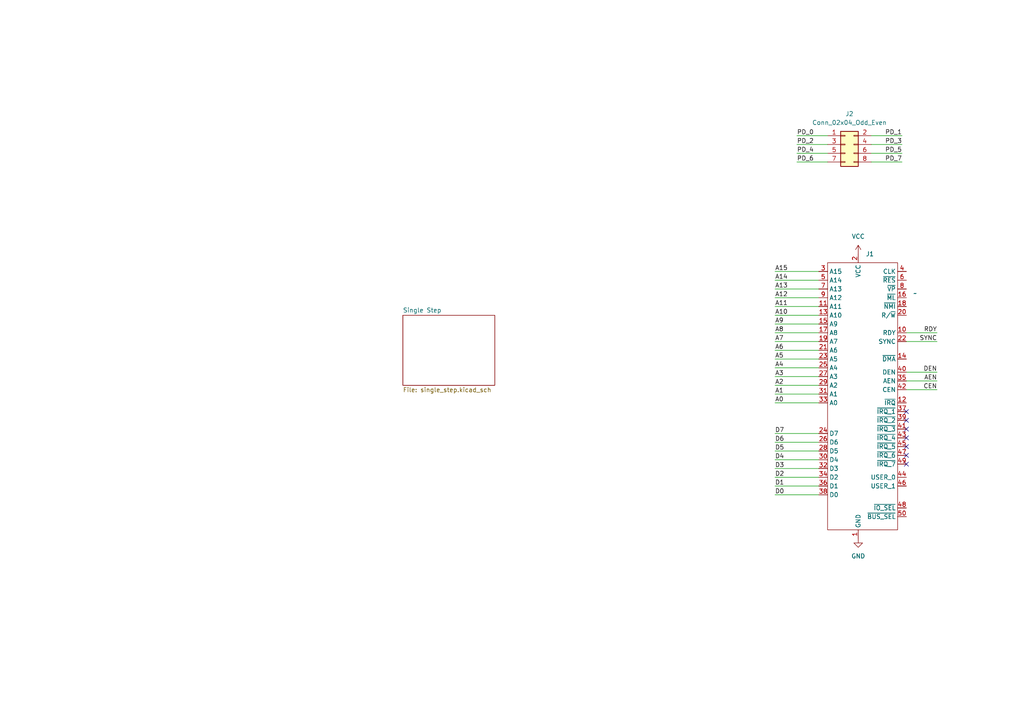
<source format=kicad_sch>
(kicad_sch (version 20230121) (generator eeschema)
  (paper "A4")
  (title_block (title "FP65 Control Panel A") (rev "A"))
  (lib_symbols
    (symbol "Connector_Generic:Conn_02x04_Odd_Even" (pin_names (offset 1.016) hide)
      (property "Reference" "J" (at 1.27 5.08 0))
      (property "Value" "Conn_02x04_Odd_Even" (at 1.27 -7.62 0))
      (symbol "Conn_02x04_Odd_Even_1_1"
        (rectangle (start -1.27 -4.953) (end 0 -5.207) (stroke (width 0.1524)))
        (rectangle (start -1.27 -2.413) (end 0 -2.667) (stroke (width 0.1524)))
        (rectangle (start -1.27 0.127) (end 0 -0.127) (stroke (width 0.1524)))
        (rectangle (start -1.27 2.667) (end 0 2.413) (stroke (width 0.1524)))
        (rectangle (start -1.27 3.81) (end 3.81 -6.35) (stroke (width 0.254)) (fill (type background)))
        (rectangle (start 3.81 -4.953) (end 2.54 -5.207) (stroke (width 0.1524)))
        (rectangle (start 3.81 -2.413) (end 2.54 -2.667) (stroke (width 0.1524)))
        (rectangle (start 3.81 0.127) (end 2.54 -0.127) (stroke (width 0.1524)))
        (rectangle (start 3.81 2.667) (end 2.54 2.413) (stroke (width 0.1524)))
        (pin passive line (at -5.08 2.54 0) (length 3.81) (name "Pin_1") (number "1"))
        (pin passive line (at 7.62 2.54 180) (length 3.81) (name "Pin_2") (number "2"))
        (pin passive line (at -5.08 0 0) (length 3.81) (name "Pin_3") (number "3"))
        (pin passive line (at 7.62 0 180) (length 3.81) (name "Pin_4") (number "4"))
        (pin passive line (at -5.08 -2.54 0) (length 3.81) (name "Pin_5") (number "5"))
        (pin passive line (at 7.62 -2.54 180) (length 3.81) (name "Pin_6") (number "6"))
        (pin passive line (at -5.08 -5.08 0) (length 3.81) (name "Pin_7") (number "7"))
        (pin passive line (at 7.62 -5.08 180) (length 3.81) (name "Pin_8") (number "8"))
      )
    )
    (symbol "fp65:fp65_backplane"
      (property "Reference" "J" (at 2.54 35.56 0))
      (symbol "fp65_backplane_0_1"
        (rectangle (start -8.89 33.02) (end 11.43 -44.45))
      )
      (symbol "fp65_backplane_1_0"
        (pin input line (at 0 -46.99 90) (length 2.54) (name "GND") (number "1"))
        (pin input line (at 13.97 12.7 180) (length 2.54) (name "RDY") (number "10"))
        (pin input line (at -11.43 20.32 0) (length 2.54) (name "A11") (number "11"))
        (pin input line (at 13.97 -7.62 180) (length 2.54) (name "~{IRQ}") (number "12"))
        (pin input line (at -11.43 17.78 0) (length 2.54) (name "A10") (number "13"))
        (pin open_collector line (at 13.97 5.08 180) (length 2.54) (name "~{DMA}") (number "14"))
        (pin input line (at -11.43 15.24 0) (length 2.54) (name "A9") (number "15"))
        (pin input line (at 13.97 22.86 180) (length 2.54) (name "~{ML}") (number "16"))
        (pin input line (at -11.43 12.7 0) (length 2.54) (name "A8") (number "17"))
        (pin input line (at 13.97 20.32 180) (length 2.54) (name "~{NMI}") (number "18"))
        (pin input line (at -11.43 10.16 0) (length 2.54) (name "A7") (number "19"))
        (pin input line (at 0 35.56 270) (length 2.54) (name "VCC") (number "2"))
        (pin input line (at 13.97 17.78 180) (length 2.54) (name "R/~{W}") (number "20"))
        (pin input line (at -11.43 7.62 0) (length 2.54) (name "A6") (number "21"))
        (pin input line (at 13.97 10.16 180) (length 2.54) (name "SYNC") (number "22"))
        (pin input line (at -11.43 5.08 0) (length 2.54) (name "A5") (number "23"))
        (pin input line (at -11.43 -16.51 0) (length 2.54) (name "D7") (number "24"))
        (pin input line (at -11.43 2.54 0) (length 2.54) (name "A4") (number "25"))
        (pin input line (at -11.43 -19.05 0) (length 2.54) (name "D6") (number "26"))
        (pin input line (at -11.43 0 0) (length 2.54) (name "A3") (number "27"))
        (pin input line (at -11.43 -21.59 0) (length 2.54) (name "D5") (number "28"))
        (pin input line (at -11.43 -2.54 0) (length 2.54) (name "A2") (number "29"))
        (pin input line (at -11.43 -24.13 0) (length 2.54) (name "D4") (number "30"))
        (pin input line (at -11.43 -5.08 0) (length 2.54) (name "A1") (number "31"))
        (pin input line (at -11.43 -26.67 0) (length 2.54) (name "D3") (number "32"))
        (pin input line (at -11.43 -7.62 0) (length 2.54) (name "A0") (number "33"))
        (pin input line (at -11.43 -29.21 0) (length 2.54) (name "D2") (number "34"))
        (pin open_collector line (at 13.97 -1.27 180) (length 2.54) (name "AEN") (number "35"))
        (pin input line (at -11.43 -31.75 0) (length 2.54) (name "D1") (number "36"))
        (pin input line (at 13.97 -10.16 180) (length 2.54) (name "~{IRQ_1}") (number "37"))
        (pin input line (at -11.43 -34.29 0) (length 2.54) (name "D0") (number "38"))
        (pin input line (at 13.97 -12.7 180) (length 2.54) (name "~{IRQ_2}") (number "39"))
        (pin input line (at 13.97 30.48 180) (length 2.54) (name "CLK") (number "4"))
        (pin open_collector line (at 13.97 1.27 180) (length 2.54) (name "DEN") (number "40"))
        (pin input line (at 13.97 -15.24 180) (length 2.54) (name "~{IRQ_3}") (number "41"))
        (pin open_collector line (at 13.97 -3.81 180) (length 2.54) (name "CEN") (number "42"))
        (pin input line (at 13.97 -17.78 180) (length 2.54) (name "~{IRQ_4}") (number "43"))
        (pin input line (at 13.97 -29.21 180) (length 2.54) (name "USER_0") (number "44"))
        (pin input line (at 13.97 -20.32 180) (length 2.54) (name "~{IRQ_5}") (number "45"))
        (pin input line (at 13.97 -31.75 180) (length 2.54) (name "USER_1") (number "46"))
        (pin input line (at 13.97 -22.86 180) (length 2.54) (name "~{IRQ_6}") (number "47"))
        (pin input line (at 13.97 -38.1 180) (length 2.54) (name "~{IO_SEL}") (number "48"))
        (pin input line (at 13.97 -25.4 180) (length 2.54) (name "~{IRQ_7}") (number "49"))
        (pin input line (at -11.43 27.94 0) (length 2.54) (name "A14") (number "5"))
        (pin input line (at 13.97 -40.64 180) (length 2.54) (name "~{BUS_SEL}") (number "50"))
        (pin input line (at 13.97 27.94 180) (length 2.54) (name "~{RES}") (number "6"))
        (pin input line (at -11.43 25.4 0) (length 2.54) (name "A13") (number "7"))
        (pin input line (at 13.97 25.4 180) (length 2.54) (name "~{VP}") (number "8"))
        (pin input line (at -11.43 22.86 0) (length 2.54) (name "A12") (number "9"))
      )
      (symbol "fp65_backplane_1_1"
        (pin input line (at -11.43 30.48 0) (length 2.54) (name "A15") (number "3"))
      )
    )
    (symbol "power:GND" (power) (pin_names (offset 0))
      (property "Value" "GND" (at 0 -3.81 0))
      (symbol "GND_0_1"
        (polyline (pts (xy 0 0) (xy 0 -1.27) (xy 1.27 -1.27) (xy 0 -2.54) (xy -1.27 -1.27) (xy 0 -1.27)))
      )
      (symbol "GND_1_1"
        (pin power_in line (at 0 0 270) (length 0) hide (name "GND") (number "1"))
      )
    )
    (symbol "power:VCC" (power) (pin_names (offset 0))
      (property "Value" "VCC" (at 0 3.81 0))
      (symbol "VCC_0_1"
        (polyline (pts (xy -0.762 1.27) (xy 0 2.54)))
        (polyline (pts (xy 0 0) (xy 0 2.54)))
        (polyline (pts (xy 0 2.54) (xy 0.762 1.27)))
      )
      (symbol "VCC_1_1"
        (pin power_in line (at 0 0 90) (length 0) hide (name "VCC") (number "1"))
      )
    )
  )
  (no_connect (at 262.89 129.54))
  (no_connect (at 262.89 132.08))
  (no_connect (at 262.89 134.62))
  (no_connect (at 262.89 127))
  (no_connect (at 262.89 121.92))
  (no_connect (at 262.89 119.38))
  (no_connect (at 262.89 124.46))
  (wire (pts (xy 224.79 91.44) (xy 237.49 91.44)))
  (wire (pts (xy 224.79 96.52) (xy 237.49 96.52)))
  (wire (pts (xy 224.79 125.73) (xy 237.49 125.73)))
  (wire (pts (xy 224.79 104.14) (xy 237.49 104.14)))
  (wire (pts (xy 271.78 107.95) (xy 262.89 107.95)))
  (wire (pts (xy 224.79 114.3) (xy 237.49 114.3)))
  (wire (pts (xy 224.79 93.98) (xy 237.49 93.98)))
  (wire (pts (xy 224.79 109.22) (xy 237.49 109.22)))
  (wire (pts (xy 262.89 96.52) (xy 271.78 96.52)))
  (wire (pts (xy 231.14 46.99) (xy 240.03 46.99)))
  (wire (pts (xy 224.79 143.51) (xy 237.49 143.51)))
  (wire (pts (xy 224.79 99.06) (xy 237.49 99.06)))
  (wire (pts (xy 224.79 83.82) (xy 237.49 83.82)))
  (wire (pts (xy 224.79 88.9) (xy 237.49 88.9)))
  (wire (pts (xy 224.79 106.68) (xy 237.49 106.68)))
  (wire (pts (xy 224.79 138.43) (xy 237.49 138.43)))
  (wire (pts (xy 224.79 111.76) (xy 237.49 111.76)))
  (wire (pts (xy 224.79 81.28) (xy 237.49 81.28)))
  (wire (pts (xy 224.79 86.36) (xy 237.49 86.36)))
  (wire (pts (xy 224.79 101.6) (xy 237.49 101.6)))
  (wire (pts (xy 231.14 44.45) (xy 240.03 44.45)))
  (wire (pts (xy 261.62 46.99) (xy 252.73 46.99)))
  (wire (pts (xy 224.79 78.74) (xy 237.49 78.74)))
  (wire (pts (xy 224.79 116.84) (xy 237.49 116.84)))
  (wire (pts (xy 224.79 130.81) (xy 237.49 130.81)))
  (wire (pts (xy 262.89 110.49) (xy 271.78 110.49)))
  (wire (pts (xy 261.62 39.37) (xy 252.73 39.37)))
  (wire (pts (xy 261.62 41.91) (xy 252.73 41.91)))
  (wire (pts (xy 224.79 128.27) (xy 237.49 128.27)))
  (wire (pts (xy 224.79 140.97) (xy 237.49 140.97)))
  (wire (pts (xy 231.14 39.37) (xy 240.03 39.37)))
  (wire (pts (xy 261.62 44.45) (xy 252.73 44.45)))
  (wire (pts (xy 262.89 99.06) (xy 271.78 99.06)))
  (wire (pts (xy 224.79 133.35) (xy 237.49 133.35)))
  (wire (pts (xy 231.14 41.91) (xy 240.03 41.91)))
  (wire (pts (xy 224.79 135.89) (xy 237.49 135.89)))
  (wire (pts (xy 262.89 113.03) (xy 271.78 113.03)))
  (label "A9" (at 224.79 93.98 0))
  (label "PD_0" (at 231.14 39.37 0))
  (label "A0" (at 224.79 116.84 0))
  (label "A13" (at 224.79 83.82 0))
  (label "CEN" (at 271.78 113.03 180))
  (label "A11" (at 224.79 88.9 0))
  (label "PD_4" (at 231.14 44.45 0))
  (label "PD_2" (at 231.14 41.91 0))
  (label "D1" (at 224.79 140.97 0))
  (label "A12" (at 224.79 86.36 0))
  (label "DEN" (at 271.78 107.95 180))
  (label "A15" (at 224.79 78.74 0))
  (label "A6" (at 224.79 101.6 0))
  (label "PD_7" (at 261.62 46.99 180))
  (label "PD_1" (at 261.62 39.37 180))
  (label "A4" (at 224.79 106.68 0))
  (label "SYNC" (at 271.78 99.06 180))
  (label "A14" (at 224.79 81.28 0))
  (label "A2" (at 224.79 111.76 0))
  (label "D3" (at 224.79 135.89 0))
  (label "PD_6" (at 231.14 46.99 0))
  (label "RDY" (at 271.78 96.52 180))
  (label "A8" (at 224.79 96.52 0))
  (label "A7" (at 224.79 99.06 0))
  (label "D7" (at 224.79 125.73 0))
  (label "A3" (at 224.79 109.22 0))
  (label "A10" (at 224.79 91.44 0))
  (label "D6" (at 224.79 128.27 0))
  (label "D5" (at 224.79 130.81 0))
  (label "D4" (at 224.79 133.35 0))
  (label "D0" (at 224.79 143.51 0))
  (label "PD_5" (at 261.62 44.45 180))
  (label "AEN" (at 271.78 110.49 180))
  (label "A5" (at 224.79 104.14 0))
  (label "PD_3" (at 261.62 41.91 180))
  (label "D2" (at 224.79 138.43 0))
  (label "A1" (at 224.79 114.3 0))
  (symbol (lib_id "power:VCC") (at 248.92 73.66 0) (unit 1)
    (property "Reference" "#PWR01" (effects hide))
    (property "Value" "VCC" (at 248.92 68.58 0))
  )
  (symbol (lib_id "fp65:fp65_backplane") (at 248.92 109.22 0) (unit 1)
    (property "Reference" "J1" (at 251.1141 73.66 0) (effects (justify left)))
    (property "Value" "~" (at 265.43 85.09 0))
    (property "Footprint" "Connector_PinHeader_2.54mm:PinHeader_2x25_P2.54mm_Horizontal" (effects hide))
  )
  (symbol (lib_id "Connector_Generic:Conn_02x04_Odd_Even") (at 245.11 41.91 0) (unit 1)
    (property "Reference" "J2" (at 246.38 33.02 0))
    (property "Value" "Conn_02x04_Odd_Even" (at 246.38 35.56 0))
  )
  (symbol (lib_id "power:GND") (at 248.92 156.21 0) (unit 1)
    (property "Reference" "#PWR02" (effects hide))
    (property "Value" "GND" (at 248.92 161.29 0))
  )
  (sheet (at 116.84 91.44) (size 26.67 20.32) (stroke (width 0.1524))
    (property "Sheetname" "Single Step" (at 116.84 90.7284 0) (effects (justify left bottom)))
    (property "Sheetfile" "single_step.kicad_sch" (at 116.84 112.3446 0) (effects (justify left top)))
  )
)
</source>
